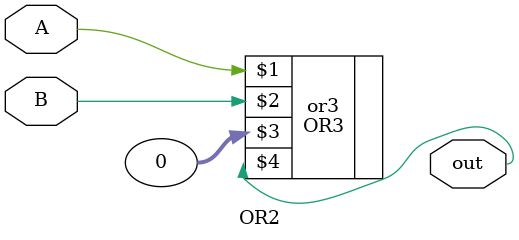
<source format=v>
module OR2 (
    input A, B,

    output out
);

    OR3 or3 (A, B, 0, out);

endmodule
</source>
